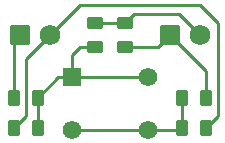
<source format=gtl>
G04 Layer_Physical_Order=1*
G04 Layer_Color=255*
%FSLAX25Y25*%
%MOIN*%
G70*
G01*
G75*
G04:AMPARAMS|DCode=10|XSize=39.37mil|YSize=51.18mil|CornerRadius=4.92mil|HoleSize=0mil|Usage=FLASHONLY|Rotation=90.000|XOffset=0mil|YOffset=0mil|HoleType=Round|Shape=RoundedRectangle|*
%AMROUNDEDRECTD10*
21,1,0.03937,0.04134,0,0,90.0*
21,1,0.02953,0.05118,0,0,90.0*
1,1,0.00984,0.02067,0.01476*
1,1,0.00984,0.02067,-0.01476*
1,1,0.00984,-0.02067,-0.01476*
1,1,0.00984,-0.02067,0.01476*
%
%ADD10ROUNDEDRECTD10*%
G04:AMPARAMS|DCode=11|XSize=39.37mil|YSize=51.18mil|CornerRadius=4.92mil|HoleSize=0mil|Usage=FLASHONLY|Rotation=180.000|XOffset=0mil|YOffset=0mil|HoleType=Round|Shape=RoundedRectangle|*
%AMROUNDEDRECTD11*
21,1,0.03937,0.04134,0,0,180.0*
21,1,0.02953,0.05118,0,0,180.0*
1,1,0.00984,-0.01476,0.02067*
1,1,0.00984,0.01476,0.02067*
1,1,0.00984,0.01476,-0.02067*
1,1,0.00984,-0.01476,-0.02067*
%
%ADD11ROUNDEDRECTD11*%
%ADD12C,0.01000*%
%ADD13C,0.06200*%
%ADD14R,0.06200X0.06200*%
G04:AMPARAMS|DCode=15|XSize=68mil|YSize=68mil|CornerRadius=10.2mil|HoleSize=0mil|Usage=FLASHONLY|Rotation=270.000|XOffset=0mil|YOffset=0mil|HoleType=Round|Shape=RoundedRectangle|*
%AMROUNDEDRECTD15*
21,1,0.06800,0.04760,0,0,270.0*
21,1,0.04760,0.06800,0,0,270.0*
1,1,0.02040,-0.02380,-0.02380*
1,1,0.02040,-0.02380,0.02380*
1,1,0.02040,0.02380,0.02380*
1,1,0.02040,0.02380,-0.02380*
%
%ADD15ROUNDEDRECTD15*%
%ADD16C,0.06800*%
D10*
X45000Y36063D02*
D03*
Y43937D02*
D03*
X35000D02*
D03*
Y36063D02*
D03*
D11*
X8063Y9000D02*
D03*
X15937D02*
D03*
X71937D02*
D03*
X64063D02*
D03*
X8063Y19000D02*
D03*
X15937D02*
D03*
X71937D02*
D03*
X64063D02*
D03*
D12*
X35000Y43937D02*
X45000D01*
X48063Y47000D02*
X63000D01*
X70000Y40000D01*
X15937Y9000D02*
Y19000D01*
X52795Y8142D02*
X63205D01*
X64063Y9000D01*
Y19000D01*
X12000Y32000D02*
X20000Y40000D01*
X12000Y12937D02*
Y32000D01*
X8063Y9000D02*
X12000Y12937D01*
X8063Y38063D02*
X10000Y40000D01*
X8063Y19000D02*
Y38063D01*
X45000Y36063D02*
X56063D01*
X60000Y40000D01*
X71937Y19000D02*
Y28063D01*
X60000Y40000D02*
X71937Y28063D01*
X22795Y25858D02*
X27205D01*
X15937Y19000D02*
X22795Y25858D01*
X27205D02*
X52795D01*
X34937Y36000D02*
X35000Y36063D01*
X30000Y36000D02*
X34937D01*
X27205Y33205D02*
X30000Y36000D01*
X27205Y25858D02*
Y33205D01*
X71937Y9000D02*
X76000Y13063D01*
Y44000D01*
X45000Y43937D02*
X48063Y47000D01*
X20000Y40000D02*
X30000Y50000D01*
X70000D01*
X76000Y44000D01*
X27205Y8142D02*
X52795D01*
D13*
Y25858D02*
D03*
Y8142D02*
D03*
X27205D02*
D03*
D14*
Y25858D02*
D03*
D15*
X10000Y40000D02*
D03*
X60000D02*
D03*
D16*
X20000D02*
D03*
X70000D02*
D03*
M02*

</source>
